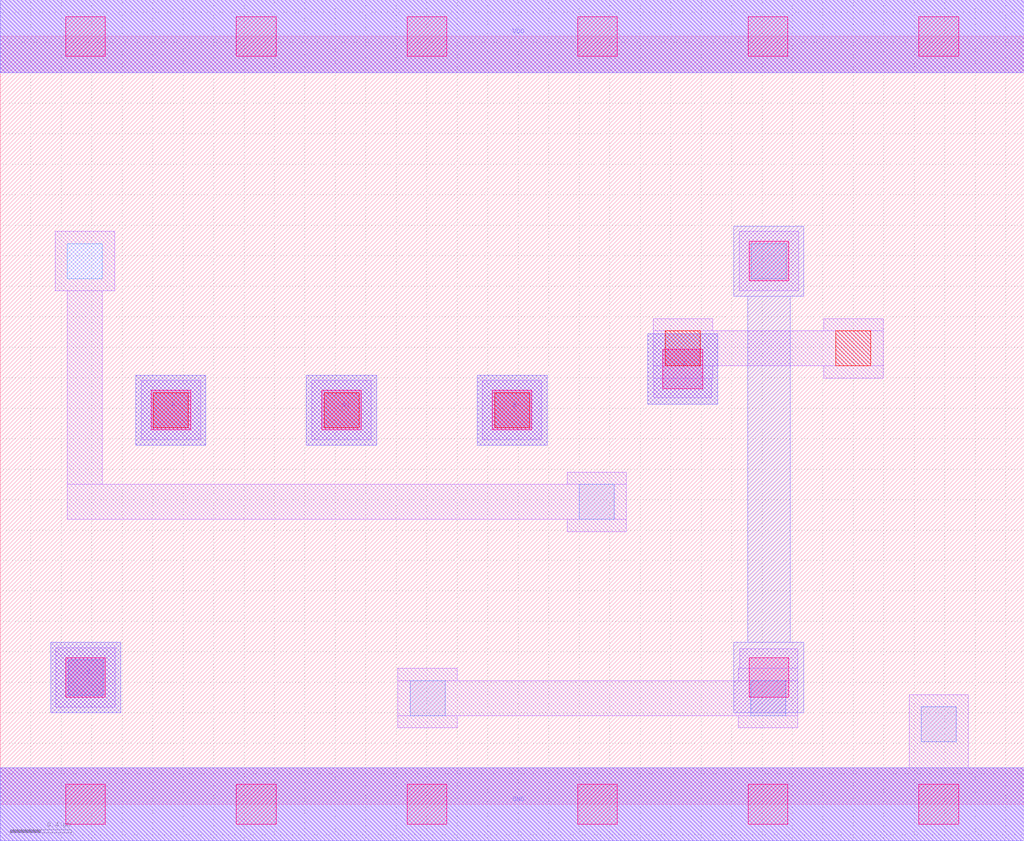
<source format=lef>
MACRO AOAI211
 CLASS CORE ;
 FOREIGN AOAI211 0 0 ;
 SIZE 6.72 BY 5.04 ;
 ORIGIN 0 0 ;
 SYMMETRY X Y R90 ;
 SITE unit ;
  PIN VDD
   DIRECTION INOUT ;
   USE POWER ;
   SHAPE ABUTMENT ;
    PORT
     CLASS CORE ;
       LAYER met1 ;
        RECT 0.00000000 4.80000000 6.72000000 5.28000000 ;
       LAYER met2 ;
        RECT 0.00000000 4.80000000 6.72000000 5.28000000 ;
    END
  END VDD

  PIN GND
   DIRECTION INOUT ;
   USE POWER ;
   SHAPE ABUTMENT ;
    PORT
     CLASS CORE ;
       LAYER met1 ;
        RECT 0.00000000 -0.24000000 6.72000000 0.24000000 ;
       LAYER met2 ;
        RECT 0.00000000 -0.24000000 6.72000000 0.24000000 ;
    END
  END GND

  PIN Y
   DIRECTION INOUT ;
   USE SIGNAL ;
   SHAPE ABUTMENT ;
    PORT
     CLASS CORE ;
       LAYER met2 ;
        RECT 0.33000000 0.60200000 0.79000000 1.06200000 ;
    END
  END Y

  PIN A1
   DIRECTION INOUT ;
   USE SIGNAL ;
   SHAPE ABUTMENT ;
    PORT
     CLASS CORE ;
       LAYER met2 ;
        RECT 2.01000000 2.35700000 2.47000000 2.81700000 ;
    END
  END A1

  PIN C
   DIRECTION INOUT ;
   USE SIGNAL ;
   SHAPE ABUTMENT ;
    PORT
     CLASS CORE ;
       LAYER met2 ;
        RECT 4.25000000 2.62700000 4.71000000 3.08700000 ;
    END
  END C

  PIN B
   DIRECTION INOUT ;
   USE SIGNAL ;
   SHAPE ABUTMENT ;
    PORT
     CLASS CORE ;
       LAYER met2 ;
        RECT 3.13000000 2.35700000 3.59000000 2.81700000 ;
    END
  END B

  PIN A
   DIRECTION INOUT ;
   USE SIGNAL ;
   SHAPE ABUTMENT ;
    PORT
     CLASS CORE ;
       LAYER met2 ;
        RECT 0.89000000 2.35700000 1.35000000 2.81700000 ;
    END
  END A

 OBS
    LAYER polycont ;
     RECT 1.00500000 2.47200000 1.23500000 2.70200000 ;
     RECT 2.12500000 2.47200000 2.35500000 2.70200000 ;
     RECT 3.24500000 2.47200000 3.47500000 2.70200000 ;
     RECT 4.36500000 2.87700000 4.59500000 3.10700000 ;
     RECT 5.48500000 2.87700000 5.71500000 3.10700000 ;

    LAYER pdiffc ;
     RECT 0.44000000 3.45000000 0.67000000 3.68000000 ;
     RECT 4.93000000 3.45000000 5.16000000 3.68000000 ;

    LAYER ndiffc ;
     RECT 6.04500000 0.41000000 6.27500000 0.64000000 ;
     RECT 2.69000000 0.58200000 2.92000000 0.81200000 ;
     RECT 4.92500000 0.58200000 5.15500000 0.81200000 ;
     RECT 0.44500000 0.71700000 0.67500000 0.94700000 ;
     RECT 3.80000000 1.87000000 4.03000000 2.10000000 ;

    LAYER met1 ;
     RECT 0.00000000 -0.24000000 6.72000000 0.24000000 ;
     RECT 5.96500000 0.24000000 6.35500000 0.72000000 ;
     RECT 2.61000000 0.50200000 3.00000000 0.58200000 ;
     RECT 4.84500000 0.50200000 5.23500000 0.58200000 ;
     RECT 2.61000000 0.58200000 5.23500000 0.81200000 ;
     RECT 2.61000000 0.81200000 3.00000000 0.89200000 ;
     RECT 4.84500000 0.81200000 5.23500000 0.89200000 ;
     RECT 4.85500000 0.89200000 5.23500000 1.02200000 ;
     RECT 0.36500000 0.63700000 0.75500000 1.02700000 ;
     RECT 0.92500000 2.39200000 1.31500000 2.78200000 ;
     RECT 2.04500000 2.39200000 2.43500000 2.78200000 ;
     RECT 3.16500000 2.39200000 3.55500000 2.78200000 ;
     RECT 4.29000000 2.66700000 4.67000000 2.79700000 ;
     RECT 4.28500000 2.79700000 4.67500000 2.87700000 ;
     RECT 5.40500000 2.79700000 5.79500000 2.87700000 ;
     RECT 4.28500000 2.87700000 5.79500000 3.10700000 ;
     RECT 4.28500000 3.10700000 4.67500000 3.18700000 ;
     RECT 5.40500000 3.10700000 5.79500000 3.18700000 ;
     RECT 3.72000000 1.79000000 4.11000000 1.87000000 ;
     RECT 0.44000000 1.87000000 4.11000000 2.10000000 ;
     RECT 3.72000000 2.10000000 4.11000000 2.18000000 ;
     RECT 0.44000000 2.10000000 0.67000000 3.37000000 ;
     RECT 0.36000000 3.37000000 0.75000000 3.76000000 ;
     RECT 4.85000000 3.37000000 5.24000000 3.76000000 ;
     RECT 0.00000000 4.80000000 6.72000000 5.28000000 ;

    LAYER via1 ;
     RECT 0.43000000 -0.13000000 0.69000000 0.13000000 ;
     RECT 1.55000000 -0.13000000 1.81000000 0.13000000 ;
     RECT 2.67000000 -0.13000000 2.93000000 0.13000000 ;
     RECT 3.79000000 -0.13000000 4.05000000 0.13000000 ;
     RECT 4.91000000 -0.13000000 5.17000000 0.13000000 ;
     RECT 6.03000000 -0.13000000 6.29000000 0.13000000 ;
     RECT 0.43000000 0.70200000 0.69000000 0.96200000 ;
     RECT 4.91500000 0.70200000 5.17500000 0.96200000 ;
     RECT 0.99000000 2.45700000 1.25000000 2.71700000 ;
     RECT 2.11000000 2.45700000 2.37000000 2.71700000 ;
     RECT 3.23000000 2.45700000 3.49000000 2.71700000 ;
     RECT 4.35000000 2.72700000 4.61000000 2.98700000 ;
     RECT 4.91500000 3.43500000 5.17500000 3.69500000 ;
     RECT 0.43000000 4.91000000 0.69000000 5.17000000 ;
     RECT 1.55000000 4.91000000 1.81000000 5.17000000 ;
     RECT 2.67000000 4.91000000 2.93000000 5.17000000 ;
     RECT 3.79000000 4.91000000 4.05000000 5.17000000 ;
     RECT 4.91000000 4.91000000 5.17000000 5.17000000 ;
     RECT 6.03000000 4.91000000 6.29000000 5.17000000 ;

    LAYER met2 ;
     RECT 0.00000000 -0.24000000 6.72000000 0.24000000 ;
     RECT 0.33000000 0.60200000 0.79000000 1.06200000 ;
     RECT 0.89000000 2.35700000 1.35000000 2.81700000 ;
     RECT 2.01000000 2.35700000 2.47000000 2.81700000 ;
     RECT 3.13000000 2.35700000 3.59000000 2.81700000 ;
     RECT 4.25000000 2.62700000 4.71000000 3.08700000 ;
     RECT 4.81500000 0.60200000 5.27500000 1.06200000 ;
     RECT 4.90500000 1.06200000 5.18500000 3.33500000 ;
     RECT 4.81500000 3.33500000 5.27500000 3.79500000 ;
     RECT 0.00000000 4.80000000 6.72000000 5.28000000 ;

 END
END AOAI211

</source>
